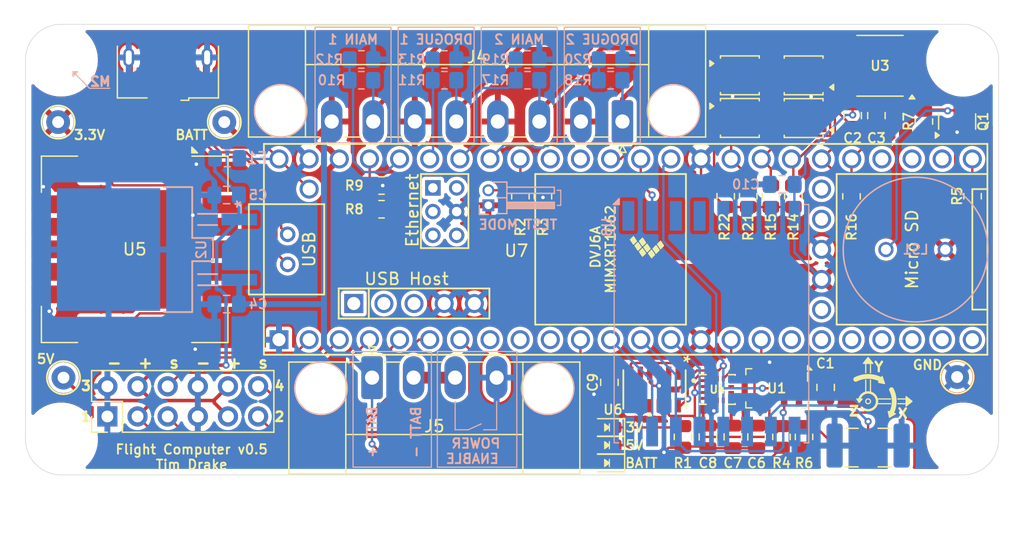
<source format=kicad_pcb>
(kicad_pcb (version 20240108) (generator "pcbnew") (generator_version "8.0")
  (layers (0 "F.Cu" mixed) (31 "B.Cu" mixed) (34 "B.Paste" user) (35 "F.Paste" user) (36 "B.SilkS" user "B.Silkscreen") (37 "F.SilkS" user "F.Silkscreen") (38 "B.Mask" user) (39 "F.Mask" user) (44 "Edge.Cuts" user))
  (net 0 "")
  (net 1 "+3.3V")
  (net 2 "+5V")
  (net 3 "/CS_BARO")
  (net 4 "/CS_RADIO")
  (net 5 "/ANT")
  (net 6 "/BATT")
  (net 7 "/PY_TERM1")
  (net 8 "/PY_TERM2")
  (net 9 "/PY_TERM3")
  (net 10 "/PY_TERM4")
  (net 11 "Net-(Q1-C)")
  (net 12 "/PY_1")
  (net 13 "/MOSI")
  (net 14 "/MISO")
  (net 15 "/RX1")
  (net 16 "/TX1")
  (net 17 "/PY_4")
  (net 18 "/PY_3")
  (net 20 "/PY_2")
  (net 21 "/SCK")
  (net 22 "/D+")
  (net 23 "/D-")
  (net 26 "/CONT_1")
  (net 28 "/BUZZER")
  (net 31 "/CONT_3")
  (net 40 "/CS_ADXL375")
  (net 41 "/CONT_2")
  (net 42 "/CONT_4")
  (net 43 "/ INTRPT")
  (net 67 "/CS_IMU")
  (net 73 "/SERVO_2")
  (net 74 "/SERVO_1")
  (net 75 "/SERVO_3")
  (net 76 "/SERVO_4")
  (net 78 "/C_FAULT")
  (net 79 "/C_MEAS")
  (net 80 "GND")
  (net 81 "/3V_LED")
  (net 82 "/5V_LED")
  (net 83 "/BATT_VOLT")
  (net 84 "/BATT_LED")
  (net 87 "Net-(Q1-B)")
  (net 89 "/VUSB")
  (net 90 "/TEST_MODE")
  (net 97 "Net-(J1-Pin_2)")
  (net 98 "Net-(J5-Pin_2)")
  (footprint "TestPoint:TestPoint_Keystone_5000-5004_Miniature" (layer "F.Cu") (at 162.2 104.15)
    (property "Reference" "TP4" (hide yes))
    (property "Value" "TestPoint")
  )
  (footprint "TestPoint:TestPoint_Keystone_5000-5004_Miniature" (layer "F.Cu") (at 86.9 104.2)
    (property "Reference" "TP2" (hide yes))
    (property "Value" "TestPoint")
  )
  (footprint "MountingHole:MountingHole_2.2mm_M2" (layer "F.Cu") (at 162.7 77.4)
    (property "Reference" "H4" (hide yes))
    (property "Value" "MountingHole")
  )
  (footprint "Resistor_SMD:R_0805_2012Metric" (layer "F.Cu") (at 142.7 88.9 -90)
    (property "Reference" "R22")
    (property "Value" "4.7k")
  )
  (footprint "Connector_PinHeader_2.54mm:PinHeader_2x06_P2.54mm_Vertical" (layer "F.Cu") (at 90.6 107.475 90)
    (property "Reference" "J3" (hide yes))
    (property "Value" "Conn_02x06_Odd_Even")
  )
  (footprint "Package_SO:Vishay_PowerPAK_1212-8_Single" (layer "F.Cu") (at 149.265 78.71 180)
    (property "Reference" "Q2" (hide yes))
    (property "Value" "SiS454DN")
  )
  (footprint "Capacitor_SMD:C_0805_2012Metric" (layer "F.Cu") (at 145.3 109.2 90)
    (property "Reference" "C6")
    (property "Value" "0.1u")
  )
  (footprint "MountingHole:MountingHole_2.2mm_M2" (layer "F.Cu") (at 162.7 109.4)
    (property "Reference" "H3" (hide yes))
    (property "Value" "MountingHole")
  )
  (footprint "Resistor_SMD:R_0805_2012Metric" (layer "F.Cu") (at 159.4 82.6 90)
    (property "Reference" "R7")
    (property "Value" "1k")
  )
  (footprint "MountingHole:MountingHole_2.2mm_M2" (layer "F.Cu") (at 86.7 77.4)
    (property "Reference" "H1" (hide yes))
    (property "Value" "MountingHole")
  )
  (footprint "Capacitor_SMD:C_0805_2012Metric" (layer "F.Cu") (at 143.3 109.2 90)
    (property "Reference" "C7")
    (property "Value" "2.2u")
  )
  (footprint "Capacitor_SMD:C_0805_2012Metric" (layer "F.Cu") (at 155.4 82.1 -90)
    (property "Reference" "C3")
    (property "Value" "1n")
  )
  (footprint "Resistor_SMD:R_0805_2012Metric" (layer "F.Cu") (at 113.7 90 180)
    (property "Reference" "R8")
    (property "Value" "270")
  )
  (footprint "MountingHole:MountingHole_2.2mm_M2" (layer "F.Cu") (at 86.7 109.4)
    (property "Reference" "H2" (hide yes))
    (property "Value" "MountingHole")
  )
  (footprint "Added Footprints:XDCR_ICM-42670-P" (layer "F.Cu") (at 142 105.2)
    (property "Reference" "U4")
    (property "Value" "ICM-42670-P")
  )
  (footprint "Capacitor_SMD:C_0805_2012Metric" (layer "F.Cu") (at 141.2 109.2 90)
    (property "Reference" "C8")
    (property "Value" "0.01u")
  )
  (footprint "Resistor_SMD:R_0805_2012Metric" (layer "F.Cu") (at 127.3 88.9 -90)
    (property "Reference" "R3")
    (property "Value" "91")
  )
  (footprint "TestPoint:TestPoint_Keystone_5000-5004_Miniature" (layer "F.Cu") (at 86.45 82.65)
    (property "Reference" "TP1" (hide yes))
    (property "Value" "TestPoint")
  )
  (footprint "LED_SMD:LED_0603_1608Metric" (layer "F.Cu") (at 132.7 108.4 180)
    (property "Reference" "D1" (hide yes))
    (property "Value" "RED")
  )
  (footprint "Connector_Phoenix_MC:PhoenixContact_MC_1,5_4-GF-3.5_1x04_P3.50mm_Horizontal_ThreadedFlange_MountHole" (layer "F.Cu") (at 112.9 104.2)
    (property "Reference" "J5")
    (property "Value" "Screw_Terminal_01x04")
  )
  (footprint "Package_SO:SOIC-8_3.9x4.9mm_P1.27mm" (layer "F.Cu") (at 155.7 77.9 180)
    (property "Reference" "U3")
    (property "Value" "ACS711xLCTR-25AB")
  )
  (footprint "Capacitor_SMD:C_0805_2012Metric" (layer "F.Cu") (at 151.1225 105.0275 -90)
    (property "Reference" "C1")
    (property "Value" "0.1u")
  )
  (footprint "Connector_Phoenix_MC:PhoenixContact_MC_1,5_8-GF-3.5_1x08_P3.50mm_Horizontal_ThreadedFlange_MountHole" (layer "F.Cu") (at 134 82.6 180)
    (property "Reference" "J4")
    (property "Value" "Screw_Terminal_01x08")
  )
  (footprint "Resistor_SMD:R_0805_2012Metric" (layer "F.Cu") (at 144.6 88.9 -90)
    (property "Reference" "R21")
    (property "Value" "4.7k")
  )
  (footprint "Resistor_SMD:R_0805_2012Metric" (layer "F.Cu") (at 147.4 109.2 90)
    (property "Reference" "R4")
    (property "Value" "1k5")
  )
  (footprint "Resistor_SMD:R_0805_2012Metric" (layer "F.Cu") (at 148.4 88.9 -90)
    (property "Reference" "R14")
    (property "Value" "4.7k")
  )
  (footprint "LED_SMD:LED_0603_1608Metric" (layer "F.Cu") (at 132.7 109.9 180)
    (property "Reference" "D2" (hide yes))
    (property "Value" "GRN")
  )
  (footprint "Connector_Coaxial:SMA_Samtec_SMA-J-P-H-ST-EM1_EdgeMount" (layer "F.Cu") (at 154.7 110.185 -90)
    (property "Reference" "J6" (hide yes))
    (property "Value" "Conn_Coaxial_Small")
  )
  (footprint "Capacitor_SMD:C_0805_2012Metric" (layer "F.Cu") (at 132.9 104.6 90)
    (property "Reference" "C9")
    (property "Value" "10U")
  )
  (footprint "TestPoint:TestPoint_Keystone_5000-5004_Miniature" (layer "F.Cu") (at 100.45 82.65)
    (property "Reference" "TP3" (hide yes))
    (property "Value" "TestPoint")
  )
  (footprint "Resistor_SMD:R_0805_2012Metric" (layer "F.Cu") (at 163.5 88.9 90)
    (property "Reference" "R5")
    (property "Value" "100")
  )
  (footprint "Package_LGA:LGA-8_3x5mm_P1.25mm" (layer "F.Cu") (at 147 105.1 -90)
    (property "Reference" "U1")
    (property "Value" "MS5611-01BA")
  )
  (footprint "Package_SO:Vishay_PowerPAK_1212-8_Single" (layer "F.Cu") (at 143.8925 78.705)
    (property "Reference" "Q5" (hide yes))
    (property "Value" "SiS454DN")
  )
  (footprint "RF_GPS:ublox_SAM-M8Q_HandSolder" (layer "F.Cu") (at 92.9 93.38 -90)
    (property "Reference" "U5")
    (property "Value" "SAM-M10Q-0-10")
  )
  (footprint "Resistor_SMD:R_0805_2012Metric" (layer "F.Cu") (at 153.3 88.9125 90)
    (property "Reference" "R16")
    (property "Value" "1k")
  )
  (footprint "Resistor_SMD:R_0805_2012Metric" (layer "F.Cu") (at 125.4 88.9 90)
    (property "Reference" "R2")
    (property "Value" "270")
  )
  (footprint "LED_SMD:LED_0603_1608Metric" (layer "F.Cu") (at 132.7 111.4 180)
    (property "Reference" "D3" (hide yes))
    (property "Value" "BLUE")
  )
  (footprint "Package_SO:Vishay_PowerPAK_1212-8_Single" (layer "F.Cu") (at 143.8925 82.3)
    (property "Reference" "Q4" (hide yes))
    (property "Value" "SiS454DN")
  )
  (footprint "Connector_USB:USB_Micro-B_Amphenol_10118193-0001LF_Horizontal" (layer "F.Cu") (at 95.7 77.2 180)
    (property "Reference" "J2" (hide yes))
    (property "Value" "USB_B_Micro")
  )
  (footprint "teensy.pretty-master:Teensy41" (layer "F.Cu") (at 134.27 93.38)
    (property "Reference" "U7")
    (property "Value" "Teensy4.1")
  )
  (footprint "Package_TO_SOT_SMD:SOT-23" (layer "F.Cu") (at 162.2 82.6 90)
    (property "Reference" "Q1")
    (property "Value" "MMBT3904")
  )
  (footprint "Added Footprints:LGA_CC-14-1_ADI" (layer "F.Cu") (at 136.7 105.2 -90)
    (property "Reference" "U6")
    (property "Value" "ADXL375BCCZ")
  )
  (footprint "Resistor_SMD:R_0805_2012Metric" (layer "F.Cu") (at 139.1 109.2 90)
    (property "Reference" "R1")
    (property "Value" "1k5")
  )
  (footprint "Resistor_SMD:R_0805_2012Metric" (layer "F.Cu") (at 146.5 88.9 -90)
    (property "Reference" "R15")
    (property "Value" "4.7k")
  )
  (footprint "Package_SO:Vishay_PowerPAK_1212-8_Single" (layer "F.Cu") (at 149.265 82.31 180)
    (property "Reference" "Q3" (hide yes))
    (property "Value" "SiS454DN")
  )
  (footprint "Capacitor_SMD:C_0805_2012Metric" (layer "F.Cu") (at 153.4 82.1 -90)
    (property "Reference" "C2")
    (property "Value" "0.1u")
  )
  (footprint "Resistor_SMD:R_0805_2012Metric" (layer "F.Cu") (at 149.3 109.2 90)
    (property "Reference" "R6")
    (property "Value" "1k5")
  )
  (footprint "Resistor_SMD:R_0805_2012Metric" (layer "F.Cu") (at 113.7 88)
    (property "Reference" "R9")
    (property "Value" "91")
  )
  (footprint "Fuse:Fuse_0805_2012Metric_Pad1.15x1.40mm_HandSolder" (layer "B.Cu") (at 100.7 85.7 180)
    (property "Reference" "F1")
    (property "Value" "500mA")
  )
  (footprint "Added Footprints:D2PAK_STM" (layer "B.Cu") (at 92.9479 93.4 -90)
    (property "Reference" "U2")
    (property "Value" "L7805")
  )
  (footprint "Capacitor_SMD:C_0805_2012Metric_Pad1.18x1.45mm_HandSolder" (layer "B.Cu") (at 147.45 87.9 180)
    (property "Reference" "C10")
    (property "Value" "10u")
  )
  (footprint "Resistor_SMD:R_0805_2012Metric_Pad1.20x1.40mm_HandSolder" (layer "B.Cu") (at 119 79.1175 180)
    (property "Reference" "R11")
    (property "Value" "10k")
  )
  (footprint "Resistor_SMD:R_0805_2012Metric_Pad1.20x1.40mm_HandSolder" (layer "B.Cu") (at 133 79.1175 180)
    (property "Reference" "R18")
    (property "Value" "10k")
  )
  (footprint "Resistor_SMD:R_0805_2012Metric_Pad1.20x1.40mm_HandSolder" (layer "B.Cu") (at 119 77.3675)
    (property "Reference" "R13")
    (property "Value" "5k")
  )
  (footprint "Resistor_SMD:R_0805_2012Metric_Pad1.20x1.40mm_HandSolder" (layer "B.Cu") (at 112 79.1175 180)
    (property "Reference" "R10")
    (property "Value" "10k")
  )
  (footprint "Resistor_SMD:R_0805_2012Metric_Pad1.20x1.40mm_HandSolder" (layer "B.Cu") (at 126 79.1175 180)
    (property "Reference" "R17")
    (property "Value" "10k")
  )
  (footprint "Added Footprints:XDCR_PS1240P02BT" (layer "B.Cu") (at 158.7 93.4 180)
    (property "Reference" "LS1")
    (property "Value" "PS1240P02BT")
  )
  (footprint "Resistor_SMD:R_0805_2012Metric_Pad1.20x1.40mm_HandSolder" (layer "B.Cu") (at 112 77.3675)
    (property "Reference" "R12")
    (property "Value" "5k")
  )
  (footprint "Connector_PinHeader_1.27mm:PinHeader_1x02_P1.27mm_Horizontal" (layer "B.Cu") (at 122.7 89.67)
    (property "Reference" "J1" (hide yes))
    (property "Value" "Conn_01x02_Pin")
  )
  (footprint "Capacitor_SMD:C_0805_2012Metric_Pad1.18x1.45mm_HandSolder" (layer "B.Cu") (at 100.6479 88.8 180)
    (property "Reference" "C5")
    (property "Value" "22u")
  )
  (footprint "Resistor_SMD:R_0805_2012Metric_Pad1.20x1.40mm_HandSolder" (layer "B.Cu") (at 133 77.3675)
    (property "Reference" "R20")
    (property "Value" "5k")
  )
  (footprint "Capacitor_SMD:C_0805_2012Metric_Pad1.18x1.45mm_HandSolder" (layer "B.Cu") (at 100.6479 98 180)
    (property "Reference" "C4")
    (property "Value" "22u")
  )
  (footprint "RF_Module:HOPERF_RFM69HW" (layer "B.Cu") (at 141.5 99.65 -90)
    (property "Reference" "U8")
    (property "Value" "RFM69W")
  )
  (footprint "Resistor_SMD:R_0805_2012Metric_Pad1.20x1.40mm_HandSolder" (layer "B.Cu") (at 126 77.3675)
    (property "Reference" "R19")
    (property "Value" "5k")
  )
  (gr_rect (start 115.1 74.65) (end 121.5 84.4) (stroke (width 0.1)) (fill none) (layer "B.SilkS"))
  (gr_line (start 128.8 89.67) (end 128.8 88.4) (stroke (width 0.1)) (layer "B.SilkS"))
  (gr_rect (start 129.1 74.65) (end 135.5 84.4) (stroke (width 0.1)) (fill none) (layer "B.SilkS"))
  (gr_line (start 89.1 79.8) (end 87.7 78.4) (stroke (width 0.1)) (layer "B.SilkS"))
  (gr_poly (pts (xy 87.7 78.4) (xy 87.7 78.8) (xy 88.1 78.4)) (stroke (width 0.1)) (fill solid) (layer "B.SilkS"))
  (gr_line (start 122.1 108.1) (end 121 108.6) (stroke (width 0.1)) (layer "B.SilkS"))
  (gr_rect (start 111.3 102) (end 117.9 111.75) (stroke (width 0.1)) (fill none) (layer "B.SilkS"))
  (gr_line (start 128.5 88.4) (end 128.8 88.4) (stroke (width 0.1)) (layer "B.SilkS"))
  (gr_rect (start 118.4 102) (end 125.1 111.75) (stroke (width 0.1)) (fill none) (layer "B.SilkS"))
  (gr_rect (start 122.1 74.65) (end 128.5 84.4) (stroke (width 0.1)) (fill none) (layer "B.SilkS"))
  (gr_line (start 123.4 106.2) (end 123.4 108.6) (stroke (width 0.1)) (layer "B.SilkS"))
  (gr_line (start 121 108.6) (end 119.9 108.6) (stroke (width 0.1)) (layer "B.SilkS"))
  (gr_line (start 90.8 79.8) (end 89.1 79.8) (stroke (width 0.1)) (layer "B.SilkS"))
  (gr_line (start 128.5 89.67) (end 128.8 89.67) (stroke (width 0.1)) (layer "B.SilkS"))
  (gr_rect (start 108.1 74.65) (end 114.5 84.4) (stroke (width 0.1)) (fill none) (layer "B.SilkS"))
  (gr_line (start 123.4 108.6) (end 122.3 108.6) (stroke (width 0.1)) (layer "B.SilkS"))
  (gr_line (start 119.9 106.2) (end 119.9 108.6) (stroke (width 0.1)) (layer "B.SilkS"))
  (gr_poly (pts (xy 156.5 107.55) (xy 156.39548 107.04774) (xy 156.99548 107.25)) (stroke (width 0.1)) (fill solid) (layer "F.SilkS"))
  (gr_arc (start 153.655279 104.346625) (mid 154.7 104.1) (end 155.744721 104.346625) (stroke (width 0.4)) (layer "F.SilkS"))
  (gr_line (start 132.9 109.6) (end 132.9 110.2) (stroke (width 0.1)) (layer "F.SilkS"))
  (gr_line (start 154.9 105.5) (end 154.9 104.4) (stroke (width 0.1)) (layer "F.SilkS"))
  (gr_circle (center 154.7 106.2) (end 154.5 106.2) (stroke (width 0.1)) (fill none) (layer "F.SilkS"))
  (gr_poly (pts (xy 132.5 111.7) (xy 132.5 111.1) (xy 132.9 111.4)) (stroke (width 0.1)) (fill solid) (layer "F.SilkS"))
  (gr_poly (pts (xy 155.1 103) (xy 154.7 102.5) (xy 154.3 103)) (stroke (width 0.1)) (fill solid) (layer "F.SilkS"))
  (gr_arc (start 153.95 106.2) (mid 155.39291 105.912987) (end 154.16967 106.73033) (stroke (width 0.2)) (layer "F.SilkS"))
  (gr_poly (pts (xy 132.5 108.7) (xy 132.5 108.1) (xy 132.9 108.4)) (stroke (width 0.1)) (fill solid) (layer "F.SilkS"))
  (gr_line (start 157.2 106.4) (end 157.9 106.4) (stroke (width 0.1)) (layer "F.SilkS"))
  (gr_poly (pts (xy 132.5 110.2) (xy 132.5 109.6) (xy 132.9 109.9)) (stroke (width 0.1)) (fill solid) (layer "F.SilkS"))
  (gr_poly (pts (xy 155.580498 104.59737) (xy 156.082758 104.70189) (xy 155.880498 104.10189)) (stroke (width 0.1)) (fill solid) (layer "F.SilkS"))
  (gr_line (start 132.9 108.1) (end 132.9 108.7) (stroke (width 0.1)) (layer "F.SilkS"))
  (gr_line (start 155.4 106) (end 156.6 106) (stroke (width 0.1)) (layer "F.SilkS"))
  (gr_line (start 154.9 103) (end 154.9 103.8) (stroke (width 0.1)) (layer "F.SilkS"))
  (gr_line (start 154.5 105.5) (end 154.5 104.4) (stroke (width 0.1)) (layer "F.SilkS"))
  (gr_line (start 157.2 106) (end 157.9 106) (stroke (width 0.1)) (layer "F.SilkS"))
  (gr_line (start 155.4 106.4) (end 156.6 106.4) (stroke (width 0.1)) (layer "F.SilkS"))
  (gr_arc (start 156.66774 105.21613) (mid 156.9 106.2) (end 156.66774 107.18387) (stroke (width 0.4)) (layer "F.SilkS"))
  (gr_poly (pts (xy 157.9 106.6) (xy 158.4 106.2) (xy 157.9 105.8)) (stroke (width 0.1)) (fill solid) (layer "F.SilkS"))
  (gr_line (start 132.9 111.1) (end 132.9 111.7) (stroke (width 0.1)) (layer "F.SilkS"))
  (gr_line (start 154.5 103) (end 154.5 103.8) (stroke (width 0.1)) (layer "F.SilkS"))
  (gr_poly (pts (xy 153.95 106.3) (xy 154.2 106) (xy 153.75 106)) (stroke (width 0.1)) (fill solid) (layer "F.SilkS"))
  (gr_line (start 162.7 74.4) (end 86.7 74.4) (stroke (width 0.05)) (layer "Edge.Cuts"))
  (gr_arc (start 162.7 74.4) (mid 164.82132 75.27868) (end 165.7 77.4) (stroke (width 0.05)) (layer "Edge.Cuts"))
  (gr_line (start 165.7 109.4) (end 165.7 77.4) (stroke (width 0.05)) (layer "Edge.Cuts"))
  (gr_line (start 86.7 112.4) (end 162.7 112.4) (stroke (width 0.05)) (layer "Edge.Cuts"))
  (gr_arc (start 86.7 112.4) (mid 84.57868 111.52132) (end 83.7 109.4) (stroke (width 0.05)) (layer "Edge.Cuts"))
  (gr_arc (start 165.7 109.4) (mid 164.82132 111.52132) (end 162.7 112.4) (stroke (width 0.05)) (layer "Edge.Cuts"))
  (gr_arc (start 83.7 77.4) (mid 84.57868 75.27868) (end 86.7 74.4) (stroke (width 0.05)) (layer "Edge.Cuts"))
  (gr_line (start 83.7 77.4) (end 83.7 109.4) (stroke (width 0.05)) (layer "Edge.Cuts"))
  (gr_text "BATT -" (at 116.6 108.8 90) (layer "B.SilkS") (effects (font (size 0.8 0.8) (thickness 0.16) (bold yes)) (justify mirror)))
  (gr_text "POWER \nENABLE" (at 121.35 110.4 0) (layer "B.SilkS") (effects (font (size 0.8 0.8) (thickness 0.16) (bold yes)) (justify mirror)))
  (gr_text "M2" (at 90 79.7 0) (layer "B.SilkS") (effects (font (size 0.8 0.8) (thickness 0.2) (bold yes)) (justify bottom mirror)))
  (gr_text "BATT +" (at 112.9 108.8 90) (layer "B.SilkS") (effects (font (size 0.8 0.8) (thickness 0.16) (bold yes)) (justify mirror)))
  (gr_text "MAIN 1" (at 111.3 76.15 0) (layer "B.SilkS") (effects (font (size 0.8 0.8) (thickness 0.16) (bold yes)) (justify bottom mirror)))
  (gr_text "TEST MODE" (at 125.2 91.3 0) (layer "B.SilkS") (effects (font (size 0.8 0.8) (thickness 0.16) (bold yes)) (justify mirror)))
  (gr_text "DROGUE 1" (at 118.3 76.15 0) (layer "B.SilkS") (effects (font (size 0.8 0.8) (thickness 0.16) (bold yes)) (justify bottom mirror)))
  (gr_text "MAIN 2" (at 125.3 76.15 0) (layer "B.SilkS") (effects (font (size 0.8 0.8) (thickness 0.16) (bold yes)) (justify bottom mirror)))
  (gr_text "DROGUE 2" (at 132.3 76.15 0) (layer "B.SilkS") (effects (font (size 0.8 0.8) (thickness 0.16) (bold yes)) (justify bottom mirror)))
  (gr_text "Y" (at 155.6 103.3 0) (layer "F.SilkS") (effects (font (size 0.8 0.8) (thickness 0.2) (bold yes))))
  (gr_text "5V" (at 135 109.9 0) (layer "F.SilkS") (effects (font (size 0.8 0.8) (thickness 0.15) (bold yes))))
  (gr_text "BATT" (at 97.7 84.2 0) (layer "F.SilkS") (effects (font (size 0.8 0.8) (thickness 0.16) (bold yes)) (justify bottom)))
  (gr_text "Z" (at 153 107.5 0) (layer "F.SilkS") (effects (font (size 0.8 0.8) (thickness 0.2) (bold yes)) (justify left bottom)))
  (gr_text "2" (at 105.1 107.5 0) (layer "F.SilkS") (effects (font (size 0.8 0.8) (thickness 0.2) (bold yes))))
  (gr_text "X" (at 157.1 107.7 0) (layer "F.SilkS") (effects (font (size 0.8 0.8) (thickness 0.2) (bold yes)) (justify left bottom)))
  (gr_text "GND" (at 159.7 103.6 0) (layer "F.SilkS") (effects (font (size 0.8 0.8) (thickness 0.16) (bold yes)) (justify bottom)))
  (gr_text "3.3V" (at 89.1 84.2 0) (layer "F.SilkS") (effects (font (size 0.8 0.8) (thickness 0.16) (bold yes)) (justify bottom)))
  (gr_text "-  +  s" (at 101.1 103.5 0) (layer "F.SilkS") (effects (font (size 0.95 0.95) (thickness 0.2) (bold yes)) (justify bottom)))
  (gr_text "1" (at 88.8 107.5 0) (layer "F.SilkS") (effects (font (size 0.8 0.8) (thickness 0.2) (bold yes))))
  (gr_text "4" (at 105.1 104.9 0) (layer "F.SilkS") (effects (font (size 0.8 0.8) (thickness 0.2) (bold yes))))
  (gr_text "3" (at 88.8 104.9 0) (layer "F.SilkS") (effects (font (size 0.8 0.8) (thickness 0.2) (bold yes))))
  (gr_text "Flight Computer v0.5\nTim Drake" (at 97.7 110.9 -0) (layer "F.SilkS") (effects (font (size 0.8 0.8) (thickness 0.15) (bold yes))))
  (gr_text "5V" (at 85.4 103.1 0) (layer "F.SilkS") (effects (font (size 0.8 0.8) (thickness 0.16) (bold yes)) (justify bottom)))
  (gr_text "-  +  s" (at 93.6 103.5 0) (layer "F.SilkS") (effects (font (size 0.95 0.95) (thickness 0.2) (bold yes)) (justify bottom)))
  (gr_text "BATT" (at 135.6 111.4 0) (layer "F.SilkS") (effects (font (size 0.8 0.8) (thickness 0.15) (bold yes))))
  (gr_text "3V" (at 135 108.4 0) (layer "F.SilkS") (effects (font (size 0.8 0.8) (thickness 0.15) (bold yes))))
  (segment (start 134.700001 103.829099) (end 134.700001 103.070199) (width 0.2) (layer "F.Cu") (net 1))
  (segment (start 140.8 107.85) (end 140.8 106.8) (width 0.25) (layer "F.Cu") (net 1))
  (segment (start 134.700001 103.070199) (end 134.800001 102.970199) (width 0.2) (layer "F.Cu") (net 1))
  (segment (start 144.4 108.15) (end 144.3 108.05) (width 0.5) (layer "F.Cu") (net 1))
  (segment (start 141.2 106.4) (end 141.2125 106.4) (width 0.25) (layer "F.Cu") (net 1))
  (segment (start 148.9275 104.0775) (end 148.875 104.025) (width 0.5) (layer "F.Cu") (net 1))
  (segment (start 140.8 106.8) (end 141.2 106.4) (width 0.25) (layer "F.Cu") (net 1))
  (segment (start 134.520902 103.65) (end 134.700001 103.829099) (width 0.2) (layer "F.Cu") (net 1))
  (segment (start 143.4 108.15) (end 144.4 108.15) (width 0.25) (layer "F.Cu") (net 1))
  (segment (start 138.570199 102.970199) (end 138.700001 103.100001) (width 0.2) (layer "F.Cu") (net 1))
  (segment (start 134.800001 102.970199) (end 138.570199 102.970199) (width 0.2) (layer "F.Cu") (net 1))
  (segment (start 141.2125 106.4) (end 141.5 106.1125) (width 0.25) (layer "F.Cu") (net 1))
  (segment (start 143.1625 105.95) (end 143.1625 108.0125) (width 0.25) (layer "F.Cu") (net 1))
  (segment (start 138.700001 103.100001) (end 138.700001 103.829099) (width 0.2) (layer "F.Cu") (net 1))
  (segment (start 144.3 108.05) (end 144.3 103.6) (width 0.5) (layer "F.Cu") (net 1))
  (segment (start 144.4 108.15) (end 145.2 108.15) (width 0.25) (layer "F.Cu") (net 1))
  (segment (start 141.2 108.25) (end 143.3 108.25) (width 0.25) (layer "F.Cu") (net 1))
  (segment (start 151.1225 104.0775) (end 148.9275 104.0775) (width 0.5) (layer "F.Cu") (net 1))
  (segment (start 153.4 79.98) (end 153.4 81.15) (width 0.2) (layer "F.Cu") (net 1))
  (segment (start 141.2 108.25) (end 140.8 107.85) (width 0.25) (layer "F.Cu") (net 1))
  (segment (start 132.9 103.65) (end 134.520902 103.65) (width 0.2) (layer "F.Cu") (net 1))
  (segment (start 153.4 81.15) (end 153.4 82.05) (width 0.2) (layer "F.Cu") (net 1))
  (via (at 153.4 82.05) (size 0.6) (drill 0.3) (layers "F.Cu" "B.Cu") (net 1))
  (segment (start 148.4875 87.9) (end 148.4875 90.5375) (width 0.2) (layer "B.Cu") (net 1))
  (segment (start 149.4 85.442183) (end 149.4 86.9875) (width 0.2) (layer "B.Cu") (net 1))
  (segment (start 152.792183 82.05) (end 149.4 85.442183) (width 0.2) (layer "B.Cu") (net 1))
  (segment (start 149.4 86.9875) (end 148.4875 87.9) (width 0.2) (layer "B.Cu") (net 1))
  (segment (start 148.5 90.55) (end 148.5 93.64) (width 0.2) (layer "B.Cu") (net 1))
  (segment (start 148.5 93.64) (end 150.78 95.92) (width 0.2) (layer "B.Cu") (net 1))
  (segment (start 153.4 82.05) (end 152.792183 82.05) (width 0.2) (layer "B.Cu") (net 1))
  (segment (start 94.865 109.2) (end 93.14 107.475) (width 0.2) (layer "F.Cu") (net 2))
  (segment (start 99.56 106.135) (end 99.61 106.085) (width 0.3) (layer "F.Cu") (net 2))
  (segment (start 94.925 103.15) (end 93.14 104.935) (width 0.3) (layer "F.Cu") (net 2))
  (segment (start 94.29 106.085) (end 94.34 106.135) (width 0.3) (layer "F.Cu") (net 2))
  (segment (start 99.61 106.085) (end 100.76 104.935) (width 0.3) (layer "F.Cu") (net 2))
  (segment (start 94.29 106.325) (end 94.29 106.085) (width 0.3) (layer "F.Cu") (net 2))
  (segment (start 130.8125 111) (end 115.424264 111) (width 0.2) (layer "F.Cu") (net 2))
  (segment (start 99.61 106.325) (end 100.76 107.475) (width 0.3) (layer "F.Cu") (net 2))
  (segment (start 99.61 106.085) (end 99.61 106.325) (width 0.3) (layer "F.Cu") (net 2))
  (segment (start 131.9125 109.9) (end 130.8125 111) (width 0.2) (layer "F.Cu") (net 2))
  (segment (start 115.424264 111) (end 113.624264 109.2) (width 0.2) (layer "F.Cu") (net 2))
  (segment (start 100.6 103.15) (end 94.925 103.15) (width 0.3) (layer "F.Cu") (net 2))
  (segment (start 88.835 106.135) (end 86.9 104.2) (width 0.3) (layer "F.Cu") (net 2))
  (segment (start 94.29 106.085) (end 94.24 106.135) (width 0.3) (layer "F.Cu") (net 2))
  (segment (start 93.14 107.475) (end 94.29 106.325) (width 0.3) (layer "F.Cu") (net 2))
  (segment (start 94.24 106.135) (end 88.835 106.135) (width 0.3) (layer "F.Cu") (net 2))
  (segment (start 113.624264 109.2) (end 94.865 109.2) (width 0.2) (layer "F.Cu") (net 2))
  (segment (start 93.14 104.935) (end 94.29 106.085) (width 0.3) (layer "F.Cu") (net 2))
  (segment (start 94.34 106.135) (end 99.56 106.135) (width 0.3) (layer "F.Cu") (net 2))
  (via (at 100.6 103.15) (size 0.6) (drill 0.3) (layers "F.Cu" "B.Cu") (net 2))
  (segment (start 99.8 96.723) (end 99.8 92.7709) (width 0.3) (layer "B.Cu") (net 2))
  (segment (start 100.0853 96.7853) (end 99.8623 96.7853) (width 0.3) (layer "B.Cu") (net 2))
  (segment (start 100.6 97.3) (end 100.0853 96.7853) (width 0.3) (layer "B.Cu") (net 2))
  (segment (start 99.65 86.7646) (end 99.65 85.725) (width 0.3) (layer "B.Cu") (net 2))
  (segment (start 101.6854 88.8) (end 101.6854 90.8345) (width 0.3) (layer "B.Cu") (net 2))
  (segment (start 100.6 103.15) (end 100.6 97.3) (width 0.3) (layer "B.Cu") (net 2))
  (segment (start 99.8623 96.7853) (end 99.8 96.723) (width 0.3) (layer "B.Cu") (net 2))
  (segment (start 101.6854 88.8) (end 99.65 86.7646) (width 0.3) (layer "B.Cu") (net 2))
  (segment (start 99.8 92.7709) (end 101.7109 90.86) (width 0.3) (layer "B.Cu") (net 2))
  (segment (start 145.7 103.3) (end 145.7 101) (width 0.2) (layer "F.Cu") (net 3))
  (segment (start 145.125 103.875) (end 145.7 103.3) (width 0.2) (layer "F.Cu") (net 3))
  (segment (start 145.125 106.175) (end 145.125 104.025) (width 0.2) (layer "F.Cu") (net 3))
  (segment (start 136.5 104.5) (end 136.5 108.75) (width 0.2) (layer "B.Cu") (net 4))
  (segment (start 133 101) (end 136.5 104.5) (width 0.2) (layer "B.Cu") (net 4))
  (segment (start 154.7 110.185) (end 154.7 107.9) (width 0.2) (layer "F.Cu") (net 5))
  (via (at 154.7 107.9) (size 0.6) (drill 0.3) (layers "F.Cu" "B.Cu") (net 5))
  (segment (start 153.35 106.55) (end 147.3 106.55) (width 0.2) (layer "B.Cu") (net 5))
  (segment (start 147.3 106.55) (end 146.5 107.35) (width 0.2) (layer "B.Cu") (net 5))
  (segment (start 146.5 107.35) (end 146.5 108.75) (width 0.2) (layer "B.Cu") (net 5))
  (segment (start 154.7 107.9) (end 153.35 106.55) (width 0.2) (layer "B.Cu") (net 5))
  (segment (start 114.5 111.4) (end 131.9125 111.4) (width 0.2) (layer "F.Cu") (net 6))
  (segment (start 101.95 84.15) (end 107.95 84.15) (width 0.5) (layer "F.Cu") (net 6))
  (segment (start 100.45 82.65) (end 101.95 84.15) (width 0.5) (layer "F.Cu") (net 6))
  (segment (start 107.95 84.15) (end 109.5 82.6) (width 0.5) (layer "F.Cu") (net 6))
  (segment (start 112.9 109.8) (end 114.5 111.4) (width 0.2) (layer "F.Cu") (net 6))
  (via (at 112.9 109.8) (size 0.6) (drill 0.3) (layers "F.Cu" "B.Cu") (net 6))
  (segment (start 108.85 83.25) (end 108.85 98) (width 0.5) (layer "B.Cu") (net 6))
  (segment (start 108.85 98) (end 101.6854 98) (width 0.5) (layer "B.Cu") (net 6))
  (segment (start 108.85 101.477767) (end 108.85 98) (width 0.5) (layer "B.Cu") (net 6))
  (segment (start 101.7109 95.94) (end 101.7109 97.9745) (width 0.5) (layer "B.Cu") (net 6))
  (segment (start 112.9 104.2) (end 110.95 102.25) (width 0.5) (layer "B.Cu") (net 6))
  (segment (start 112.9 109.8) (end 112.9 104.2) (width 0.2) (layer "B.Cu") (net 6))
  (segment (start 110.95 102.25) (end 109.622233 102.25) (width 0.5) (layer "B.Cu") (net 6))
  (segment (start 109.622233 102.25) (end 108.85 101.477767) (width 0.5) (layer "B.Cu") (net 6))
  (segment (start 148.7075 78.125186) (end 145.782314 75.2) (width 0.4) (layer "F.Cu") (net 7))
  (segment (start 119.5 75.2) (end 113 81.7) (width 0.4) (layer "F.Cu") (net 7))
  (segment (start 145.782314 75.2) (end 119.5 75.2) (width 0.4) (layer "F.Cu") (net 7))
  (segment (start 113 82.6) (end 113 79.1175) (width 0.2) (layer "B.Cu") (net 7))
  (segment (start 146.8275 77.093714) (end 145.533786 75.8) (width 0.4) (layer "F.Cu") (net 8))
  (segment (start 146.8275 80.43) (end 146.8275 77.093714) (width 0.4) (layer "F.Cu") (net 8))
  (segment (start 148.7075 82.31) (end 146.8275 80.43) (width 0.4) (layer "F.Cu") (net 8))
  (segment (start 145.533786 75.8) (end 125.9 75.8) (width 0.4) (layer "F.Cu") (net 8))
  (segment (start 125.9 75.8) (end 120 81.7) (width 0.4) (layer "F.Cu") (net 8))
  (segment (start 120 82.6) (end 120 79.1175) (width 0.2) (layer "B.Cu") (net 8))
  (segment (start 132.3 76.4) (end 127 81.7) (width 0.4) (layer "F.Cu") (net 9))
  (segment (start 146.2275 80.5225) (end 146.2275 77.342242) (width 0.4) (layer "F.Cu") (net 9))
  (segment (start 144.45 82.3) (end 146.2275 80.5225) (width 0.4) (layer "F.Cu") (net 9))
  (segment (start 145.285258 76.4) (end 132.3 76.4) (width 0.4) (layer "F.Cu") (net 9))
  (segment (start 146.2275 77.342242) (end 145.285258 76.4) (width 0.4) (layer "F.Cu") (net 9))
  (segment (start 127 82.6) (end 127 79.1175) (width 0.2) (layer "B.Cu") (net 9))
  (segment (start 143.24 77) (end 137.7 77) (width 0.4) (layer "F.Cu") (net 10))
  (segment (start 144.45 78.21) (end 143.24 77) (width 0.4) (layer "F.Cu") (net 10))
  (segment (start 137.7 77) (end 134 80.7) (width 0.4) (layer "F.Cu") (net 10))
  (segment (start 134 80.7) (end 134 82.6) (width 0.4) (layer "F.Cu") (net 10))
  (segment (start 134 82.6) (end 134 79.1175) (width 0.2) (layer "B.Cu") (net 10))
  (segment (start 159.4 81.6) (end 161.3 81.6) (width 0.2) (layer "F.Cu") (net 11))
  (segment (start 161.4375 81.6625) (end 161.4 81.7) (width 0.2) (layer "F.Cu") (net 11))
  (segment (start 161.3 81.6) (end 161.4 81.7) (width 0.2) (layer "F.Cu") (net 11))
  (segment (start 162.2 81.6625) (end 161.4375 81.6625) (width 0.2) (layer "F.Cu") (net 11))
  (via (at 161.4 81.7) (size 0.6) (drill 0.3) (layers "F.Cu" "B.Cu") (net 11))
  (segment (start 159.6 81.7) (end 157.1 84.2) (width 0.2) (layer "B.Cu") (net 11))
  (segment (start 157.1 92.5) (end 156.2 93.4) (width 0.2) (layer "B.Cu") (net 11))
  (segment (start 157.1 84.2) (end 157.1 92.5) (width 0.2) (layer "B.Cu") (net 11))
  (segment (start 161.4 81.7) (end 159.6 81.7) (width 0.2) (layer "B.Cu") (net 11))
  (segment (start 151.9 81.259314) (end 151.5 80.859314) (width 0.2) (layer "F.Cu") (net 12))
  (segment (start 148.4 87.9875) (end 148.4 85.92) (width 0.2) (layer "F.Cu") (net 12))
  (segment (start 151.9 83.963186) (end 151.9 81.259314) (width 0.2) (layer "F.Cu") (net 12))
  (segment (start 151.5 80.859314) (end 151.5 77.825) (width 0.2) (layer "F.Cu") (net 12))
  (segment (start 148.805685 85.76) (end 150.363185 84.2025) (width 0.2) (layer "F.Cu") (net 12))
  (segment (start 151.395 77.72) (end 150.7 77.72) (width 0.2) (layer "F.Cu") (net 12))
  (segment (start 150.363185 84.2025) (end 151.660686 84.2025) (width 0.2) (layer "F.Cu") (net 12))
  (segment (start 151.660686 84.2025) (end 151.9 83.963186) (width 0.2) (layer "F.Cu") (net 12))
  (segment (start 151.5 77.825) (end 151.395 77.72) (width 0.2) (layer "F.Cu") (net 12))
  (segment (start 140.409314 104.025) (end 141.2375 104.025) (width 0.2) (layer "F.Cu") (net 13))
  (segment (start 147.549265 107.15) (end 147.625 107.074265) (width 0.2) (layer "F.Cu") (net 13))
  (segment (start 147.625 107.074265) (end 147.625 106.175) (width 0.2) (layer "F.Cu") (net 13))
  (segment (start 138.899999 106.570901) (end 138.699999 106.570901) (width 0.2) (layer "F.Cu") (net 13))
  (segment (start 139.5 104.934314) (end 140.409314 104.025) (width 0.2) (layer "F.Cu") (net 13))
  (segment (start 139.5 106) (end 139.5 104.934314) (width 0.2) (layer "F.Cu") (net 13))
  (segment (start 139.5 106) (end 139.4709 106) (width 0.2) (layer "F.Cu") (net 13))
  (segment (start 141.2375 104.025) (end 141.5 104.2875) (width 0.2) (layer "F.Cu") (net 13))
  (segment (start 139.4709 106) (end 138.899999 106.570901) (width 0.2) (layer "F.Cu") (net 13))
  (via (at 147.549265 107.15) (size 0.6) (drill 0.3) (layers "F.Cu" "B.Cu") (net 13))
  (via (at 139.5 106) (size 0.6) (drill 0.3) (layers "F.Cu" "B.Cu") (net 13))
  (segment (start 139.4 110.4) (end 138.5 109.5) (width 0.2) (layer "B.Cu") (net 13))
  (segment (start 138.5 106) (end 138.5 108.75) (width 0.2) (layer "B.Cu") (net 13))
  (segment (start 147.2 110.4) (end 139.4 110.4) (width 0.2) (layer "B.Cu") (net 13))
  (segment (start 147.549265 110.050735) (end 147.2 110.4) (width 0.2) (layer "B.Cu") (net 13))
  (segment (start 138.5 103.96) (end 138.5 106) (width 0.2) (layer "B.Cu") (net 13))
  (segment (start 147.549265 107.15) (end 147.549265 110.050735) (width 0.2) (layer "B.Cu") (net 13))
  (segment (start 135.54 101) (end 138.5 103.96) (width 0.2) (layer "B.Cu") (net 13))
  (segment (start 139.5 106) (end 138.5 106) (width 0.2) (layer "B.Cu") (net 13))
  (segment (start 140.1 108.8) (end 140.1 107.6) (width 0.2) (layer "F.Cu") (net 14))
  (segment (start 138 107.429801) (end 139.929801 107.429801) (width 0.2) (layer "F.Cu") (net 14))
  (segment (start 140.55 104.45) (end 140.8375 104.45) (width 0.2) (layer "F.Cu") (net 14))
  (segment (start 146.375 106.175) (end 146.375 108.859314) (width 0.2) (layer "F.Cu") (net 14))
  (segment (start 146.375 108.859314) (end 146.034314 109.2) (width 0.2) (layer "F.Cu") (net 14))
  (segment (start 140.1 105.470847) (end 140.100001 105.470846) (width 0.2) (layer "F.Cu") (net 14))
  (segment (start 137.9 106.570901) (end 137.9 107.329801) (width 0.2) (layer "F.Cu") (net 14))
  (segment (start 140.100001 105.470846) (end 140.100001 104.899999) (width 0.2) (layer "F.Cu") (net 14))
  (segment (start 140.1 107.6) (end 140.1 105.470847) (width 0.2) (layer "F.Cu") (net 14))
  (segment (start 137.9 107.329801) (end 138 107.429801) (width 0.2) (layer "F.Cu") (net 14))
  (segment (start 140.100001 104.899999) (end 140.55 104.45) (width 0.2) (layer "F.Cu") (net 14))
  (segment (start 140.5 109.2) (end 140.1 108.8) (width 0.2) (layer "F.Cu") (net 14))
  (segment (start 146.034314 109.2) (end 140.5 109.2) (width 0.2) (layer "F.Cu") (net 14))
  (segment (start 139.929801 107.429801) (end 140.1 107.6) (width 0.2) (layer "F.Cu") (net 14))
  (via (at 140.100001 105.470846) (size 0.6) (drill 0.3) (layers "F.Cu" "B.Cu") (net 14))
  (segment (start 140.5 103.42) (end 140.5 105.475) (width 0.2) (layer "B.Cu") (net 14))
  (segment (start 140.100001 105.470846) (end 140.495846 105.470846) (width 0.2) (layer "B.Cu") (net 14))
  (segment (start 140.5 105.475) (end 140.5 108.75) (width 0.2) (layer "B.Cu") (net 14))
  (segment (start 140.495846 105.470846) (end 140.5 105.475) (width 0.2) (layer "B.Cu") (net 14))
  (segment (start 138.08 101) (end 140.5 103.42) (width 0.2) (layer "B.Cu") (net 14))
  (segment (start 108.64 102.5) (end 110.14 101) (width 0.2) (layer "F.Cu") (net 15))
  (segment (start 94.8 102.28) (end 95.02 102.5) (width 0.2) (layer "F.Cu") (net 15))
  (segment (start 95.02 102.5) (end 108.64 102.5) (width 0.2) (layer "F.Cu") (net 15))
  (segment (start 94.8 100.58) (end 94.8 102.28) (width 0.2) (layer "F.Cu") (net 15))
  (segment (start 92.9 99.2) (end 93.32 98.78) (width 0.2) (layer "F.Cu") (net 16))
  (segment (start 106.5 102.1) (end 107.6 101) (width 0.2) (layer "F.Cu") (net 16))
  (segment (start 97.75 98.78) (end 97.75 100.684314) (width 0.2) (layer "F.Cu") (net 16))
  (segment (start 99.165686 102.1) (end 106.5 102.1) (width 0.2) (layer "F.Cu") (net 16))
  (segment (start 93.32 98.78) (end 97.75 98.78) (width 0.2) (layer "F.Cu") (net 16))
  (segment (start 97.75 100.684314) (end 99.165686 102.1) (width 0.2) (layer "F.Cu") (net 16))
  (segment (start 133 85.76) (end 133.84 85.76) (width 0.2) (layer "F.Cu") (net 17))
  (segment (start 141.6625 84.4) (end 141.72 84.4575) (width 0.2) (layer "F.Cu") (net 17))
  (segment (start 141.72 87.0075) (end 142.7 87.9875) (width 0.2) (layer "F.Cu") (net 17))
  (segment (start 141.6625 84.4) (end 141.6625 80.49) (width 0.2) (layer "F.Cu") (net 17))
  (segment (start 135.2 84.4) (end 141.6625 84.4) (width 0.2) (layer "F.Cu") (net 17))
  (segment (start 141.72 84.4575) (end 141.72 87.0075) (width 0.2) (layer "F.Cu") (net 17))
  (segment (start 141.6625 80.49) (end 142.4575 79.695) (width 0.2) (layer "F.Cu") (net 17))
  (segment (start 133.84 85.76) (end 135.2 84.4) (width 0.2) (layer "F.Cu") (net 17))
  (segment (start 143.16 85.76) (end 143.16 83.9925) (width 0.2) (layer "F.Cu") (net 18))
  (segment (start 143.16 85.76) (end 144.6 87.2) (width 0.2) (layer "F.Cu") (net 18))
  (segment (start 144.6 87.2) (end 144.6 87.9875) (width 0.2) (layer "F.Cu") (net 18))
  (segment (start 143.16 83.9925) (end 142.4575 83.29) (width 0.2) (layer "F.Cu") (net 18))
  (segment (start 151.395 81.32) (end 150.7 81.32) (width 0.2) (layer "F.Cu") (net 20))
  (segment (start 145.7 85.76) (end 147.65 83.81) (width 0.2) (layer "F.Cu") (net 20))
  (segment (start 151.495 83.8025) (end 151.5 83.7975) (width 0.2) (layer "F.Cu") (net 20))
  (segment (start 147.65 83.81) (end 150.19 83.81) (width 0.2) (layer "F.Cu") (net 20))
  (segment (start 146.5 87.9875) (end 146.5 86.56) (width 0.2) (layer "F.Cu") (net 20))
  (segment (start 146.5 86.56) (end 145.7 85.76) (width 0.2) (layer "F.Cu") (net 20))
  (segment (start 150.1975 83.8025) (end 151.495 83.8025) (width 0.2) (layer "F.Cu") (net 20))
  (segment (start 151.5 81.425) (end 151.395 81.32) (width 0.2) (layer "F.Cu") (net 20))
  (segment (start 151.5 83.7975) (end 151.5 81.425) (width 0.2) (layer "F.Cu") (net 20))
  (segment (start 150.19 83.81) (end 150.1975 83.8025) (width 0.2) (layer "F.Cu") (net 20))
  (segment (start 142.5 103.2) (end 142.1 103.6) (width 0.2) (layer "F.Cu") (net 21))
  (segment (start 145.8 105.1) (end 147.8 105.1) (width 0.2) (layer "F.Cu") (net 21))
  (segment (start 142 103.6) (end 140.268628 103.6) (width 0.2) (layer "F.Cu") (net 21))
  (segment (start 142 104.2875) (end 142 103.6) (width 0.2) (layer "F.Cu") (net 21))
  (segment (start 147.8 105.1) (end 148.875 106.175) (width 0.2) (layer "F.Cu") (net 21))
  (segment (start 142.1 103.6) (end 142 103.6) (width 0.2) (layer "F.Cu") (net 21))
  (segment (start 140.268628 103.6) (end 138.668628 105.2) (width 0.2) (layer "F.Cu") (net 21))
  (via (at 142.5 103.2) (size 0.6) (drill 0.3) (layers "F.Cu" "B.Cu") (net 21))
  (via (at 145.8 105.1) (size 0.6) (drill 0.3) (layers "F.Cu" "B.Cu") (net 21))
  (segment (start 137.45 86.39) (end 138.08 85.76) (width 0.2) (layer "B.Cu") (net 21))
  (segment (start 142.5 108.75) (end 142.5 105.1) (width 0.2) (layer "B.Cu") (net 21))
  (segment (start 142.5 105.1) (end 142.5 102.8) (width 0.2) (layer "B.Cu") (net 21))
  (segment (start 141.9 102.2) (end 141.9 97.15) (width 0.2) (layer "B.Cu") (net 21))
  (segment (start 137.45 92.7) (end 137.45 86.39) (width 0.2) (layer "B.Cu") (net 21))
  (segment (start 145.8 105.1) (end 142.5 105.1) (width 0.2) (layer "B.Cu") (net 21))
  (segment (start 141.9 97.15) (end 137.45 92.7) (width 0.2) (layer "B.Cu") (net 21))
  (segment (start 142.5 102.8) (end 141.9 102.2) (width 0.2) (layer "B.Cu") (net 21))
  (segment (start 95.7 79.875) (end 95.7 81.331372) (width 0.2) (layer "F.Cu") (net 22))
  (segment (start 102.134314 85.6) (end 104.84 88.305686) (width 0.2) (layer "F.Cu") (net 22))
  (segment (start 104.84 93.7) (end 105.79 94.65) (width 0.2) (layer "F.Cu") (net 22))
  (segment (start 104.84 88.305686) (end 104.84 93.7) (width 0.2) (layer "F.Cu") (net 22))
  (segment (start 95.7 81.331372) (end 99.968628 85.6) (width 0.2) (layer "F.Cu") (net 22))
  (segment (start 99.968628 85.6) (end 102.134314 85.6) (width 0.2) (layer "F.Cu") (net 22))
  (segment (start 102.3 85.2) (end 100.134314 85.2) (width 0.2) (layer "F.Cu") (net 23))
  (segment (start 96.35 81.415686) (end 96.35 79.875) (width 0.2) (layer "F.Cu") (net 23))
  (segment (start 105.24 88.14) (end 102.3 85.2) (width 0.2) (layer "F.Cu") (net 23))
  (segment (start 100.134314 85.2) (end 96.35 81.415686) (width 0.2) (layer "F.Cu") (net 23))
  (segment (start 105.79 92.11) (end 105.24 91.56) (width 0.2) (layer "F.Cu") (net 23))
  (segment (start 105.24 91.56) (end 105.24 88.14) (width 0.2) (layer "F.Cu") (net 23))
  (segment (start 111.3 85.935635) (end 112.224365 86.86) (width 0.2) (layer "B.Cu") (net 26))
  (segment (start 114.12 86.86) (end 115.22 85.76) (width 0.2) (layer "B.Cu") (net 26))
  (segment (start 112.224365 86.86) (end 114.12 86.86) (width 0.2) (layer "B.Cu") (net 26))
  (segment (start 111 77.3675) (end 111 79.1175) (width 0.2) (layer "B.Cu") (net 26))
  (segment (start 111.3 79.4175) (end 111.3 85.935635) (width 0.2) (layer "B.Cu") (net 26))
  (segment (start 163.48 85.76) (end 163.48 87.9675) (width 0.2) (layer "F.Cu") (net 28))
  (segment (start 125 77.3675) (end 125 79.1175) (width 0.2) (layer "B.Cu") (net 31))
  (segment (start 122.2 79.7675) (end 121.7 80.2675) (width 0.2) (layer "B.Cu") (net 31))
  (segment (start 125 79.1175) (end 124.35 79.7675) (width 0.2) (layer "B.Cu") (net 31))
  (segment (start 124.35 79.7675) (end 122.2 79.7675) (width 0.2) (layer "B.Cu") (net 31))
  (segment (start 121.7 84.36) (end 120.3 85.76) (width 0.2) (layer "B.Cu") (net 31))
  (segment (start 121.7 80.2675) (end 121.7 84.36) (width 0.2) (layer "B.Cu") (net 31))
  (segment (start 134.325002 104.7) (end 131.4 104.7) (width 0.2) (layer "F.Cu") (net 40))
  (segment (start 134.825002 105.2) (end 134.325002 104.7) (width 0.2) (layer "F.Cu") (net 40))
  (segment (start 131.4 104.7) (end 130.46 103.76) (width 0.2) (layer "F.Cu") (net 40))
  (segment (start 130.46 103.76) (end 130.46 101) (width 0.2) (layer "F.Cu") (net 40))
  (segment (start 118.04 79.1575) (end 118.04 85.48) (width 0.2) (layer "B.Cu") (net 41))
  (segment (start 118 77.3675) (end 118 79.1175) (width 0.2) (layer "B.Cu") (net 41))
  (segment (start 126.602944 84.8) (end 127.324365 84.8) (width 0.2) (layer "B.Cu") (net 42))
  (segment (start 132 77.3675) (end 132 79.1175) (width 0.2) (layer "B.Cu") (net 42))
  (segment (start 127.7075 84.66) (end 128.7 83.6675) (width 0.2) (layer "B.Cu") (net 42))
  (segment (start 126.402944 84.6) (end 126.602944 84.8) (width 0.2) (layer "B.Cu") (net 42))
  (segment (start 127.324365 84.8) (end 127.464365 84.66) (width 0.2) (layer "B.Cu") (net 42))
  (segment (start 127.464365 84.66) (end 127.7075 84.66) (width 0.2) (layer "B.Cu") (net 42))
  (segment (start 122.84 85.76) (end 124 84.6) (width 0.2) (layer "B.Cu") (net 42))
  (segment (start 124 84.6) (end 126.402944 84.6) (width 0.2) (layer "B.Cu") (net 42))
  (segment (start 128.7 83.6675) (end 128.7 80.2675) (width 0.2) (layer "B.Cu") (net 42))
  (segment (start 128.7 80.2675) (end 129.85 79.1175) (width 0.2) (layer "B.Cu") (net 42))
  (segment (start 129.85 79.1175) (end 132 79.1175) (width 0.2) (layer "B.Cu") (net 42))
  (segment (start 136.5 88.8) (end 135.54 87.84) (width 0.2) (layer "F.Cu") (net 43))
  (segment (start 135.54 87.84) (end 135.54 85.76) (width 0.2) (layer "F.Cu") (net 43))
  (via (at 136.5 88.8) (size 0.6) (drill 0.3) (layers "F.Cu" "B.Cu") (net 43))
  (segment (start 136.5 90.55) (end 136.5 88.8) (width 0.2) (layer "B.Cu") (net 43))
  (segment (start 143.16 103.6275) (end 143.16 101) (width 0.2) (layer "F.Cu") (net 67))
  (segment (start 142.5 104.2875) (end 143.16 103.6275) (width 0.2) (layer "F.Cu") (net 67))
  (segment (start 112.3 108.4) (end 104.225 108.4) (width 0.2) (layer "F.Cu") (net 73))
  (segment (start 116.851472 101) (end 115 102.851472) (width 0.2) (layer "F.Cu") (net 73))
  (segment (start 115 102.851472) (end 115 105.7) (width 0.2) (layer "F.Cu") (net 73))
  (segment (start 104.225 108.4) (end 103.3 107.475) (width 0.2) (layer "F.Cu") (net 73))
  (segment (start 115 105.7) (end 112.3 108.4) (width 0.2) (layer "F.Cu") (net 73))
  (segment (start 117.76 101) (end 116.851472 101) (width 0.2) (layer "F.Cu") (net 73))
  (segment (start 120.3 101) (end 121.1 101.8) (width 0.2) (layer "F.Cu") (net 74))
  (segment (start 121.1 101.8) (end 121.1 106.6) (width 0.2) (layer "F.Cu") (net 74))
  (segment (start 118.9 108.8) (end 97.005 108.8) (width 0.2) (layer "F.Cu") (net 74))
  (segment (start 97.005 108.8) (end 95.68 107.475) (width 0.2) (layer "F.Cu") (net 74))
  (segment (start 121.1 106.6) (end 118.9 108.8) (width 0.2) (layer "F.Cu") (net 74))
  (segment (start 96.83 103.785) (end 95.68 104.935) (width 0.2) (layer "F.Cu") (net 75))
  (segment (start 105.4 106.019314) (end 105.4 105.2) (width 0.2) (layer "F.Cu") (net 75))
  (segment (start 111.1 102.58) (end 111.1 106.8) (width 0.2) (layer "F.Cu") (net 75))
  (segment (start 103.985 103.785) (end 96.83 103.785) (width 0.2) (layer "F.Cu") (net 75))
  (segment (start 112.68 101) (end 111.1 102.58) (width 0.2) (layer "F.Cu") (net 75))
  (segment (start 110.3 107.6) (end 106.980686 107.6) (width 0.2) (layer "F.Cu") (net 75))
  (segment (start 111.1 106.8) (end 110.3 107.6) (width 0.2) (layer "F.Cu") (net 75))
  (segment (start 106.980686 107.6) (end 105.4 106.019314) (width 0.2) (layer "F.Cu") (net 75))
  (segment (start 105.4 105.2) (end 103.985 103.785) (width 0.2) (layer "F.Cu") (net 75))
  (segment (start 114.5 105.584744) (end 114.5 101.72) (width 0.2) (layer "F.Cu") (net 76))
  (segment (start 114.5 101.72) (end 115.22 101) (width 0.2) (layer "F.Cu") (net 76))
  (segment (start 103.75 104.935) (end 106.815 108) (width 0.2) (layer "F.Cu") (net 76))
  (segment (start 112.084744 108) (end 114.5 105.584744) (width 0.2) (layer "F.Cu") (net 76))
  (segment (start 106.815 108) (end 112.084744 108) (width 0.2) (layer "F.Cu") (net 76))
  (segment (start 153.3 88) (end 153.3 85.78) (width 0.2) (layer "F.Cu") (net 78))
  (segment (start 154.53 84.55) (end 153.32 85.76) (width 0.2) (layer "F.Cu") (net 78))
  (segment (start 156.9 80.5) (end 156.9 83.92543) (width 0.2) (layer "F.Cu") (net 78))
  (segment (start 153.665 77.265) (end 156.9 80.5) (width 0.2) (layer "F.Cu") (net 78))
  (segment (start 156.9 83.92543) (end 156.27543 84.55) (width 0.2) (layer "F.Cu") (net 78))
  (segment (start 156.27543 84.55) (end 154.53 84.55) (width 0.2) (layer "F.Cu") (net 78))
  (segment (start 153.3 89.825) (end 152.3 88.825) (width 0.2) (layer "F.Cu") (net 79))
  (segment (start 152.39 84.15) (end 150.78 85.76) (width 0.2) (layer "F.Cu") (net 79))
  (segment (start 156.425 80.760001) (end 154.199999 78.535) (width 0.2) (layer "F.Cu") (net 79))
  (segment (start 155.4 81.15) (end 156.425 82.175) (width 0.2) (layer "F.Cu") (net 79))
  (segment (start 152.3 88.825) (end 152.3 87.28) (width 0.2) (layer "F.Cu") (net 79))
  (segment (start 156.109744 84.15) (end 152.39 84.15) (width 0.2) (layer "F.Cu") (net 79))
  (segment (start 154.199999 78.535) (end 153.225 78.535) (width 0.2) (layer "F.Cu") (net 79))
  (segment (start 156.425 82.175) (end 156.425 80.760001) (width 0.2) (layer "F.Cu") (net 79))
  (segment (start 156.425 83.834744) (end 156.109744 84.15) (width 0.2) (layer "F.Cu") (net 79))
  (segment (start 152.3 87.28) (end 150.78 85.76) (width 0.2) (layer "F.Cu") (net 79))
  (segment (start 156.425 82.175) (end 156.425 83.834744) (width 0.2) (layer "F.Cu") (net 79))
  (segment (start 143.2825 80.4825) (end 143.2825 79.2625) (width 0.2) (layer "F.Cu") (net 80))
  (segment (start 137.8875 110.1125) (end 137.5 110.5) (width 0.2) (layer "F.Cu") (net 80))
  (segment (start 145.3 110.15) (end 143.3 110.15) (width 0.2) (layer "F.Cu") (net 80))
  (segment (start 143.3 110.15) (end 141.2 110.15) (width 0.2) (layer "F.Cu") (net 80))
  (segment (start 89.1 86.18) (end 91 86.18) (width 0.2) (layer "F.Cu") (net 80))
  (segment (start 96.7 86.18) (end 98.08 86.18) (width 0.2) (layer "F.Cu") (net 80))
  (segment (start 85.7 89.58) (end 85.7 88.6) (width 0.2) (layer "F.Cu") (net 80))
  (segment (start 98.9 79.65) (end 98.9 77.3) (width 0.5) (layer "F.Cu") (net 80))
  (segment (start 151.9 76.345001) (end 151.95 76.295001) (width 0.2) (layer "F.Cu") (net 80))
  (segment (start 149.9 81.875) (end 149.9 80.5) (width 0.2) (layer "F.Cu") (net 80))
  (segment (start 139.2 110.0125) (end 141.2625 110.0125) (width 0.2) (layer "F.Cu") (net 80))
  (segment (start 136.300001 103.829099) (end 136.300001 104.587999) (width 0.2) (layer "F.Cu") (net 80))
  (segment (start 157.45 107.15) (end 157.45 110.05) (width 0.2) (layer "F.Cu") (net 80))
  (segment (start 94.4 77.3) (end 94.4 79.875) (width 0.5) (layer "F.Cu") (net 80))
  (segment (start 147.4 108.2875) (end 149.3 108.2875) (width 0.2) (layer "F.Cu") (net 80))
  (segment (start 158.175 77.265) (end 158.175 75.995) (width 0.2) (layer "F.Cu") (net 80))
  (segment (start 87.4 97.18) (end 87.5 97.08) (width 0.2) (layer "F.Cu") (net 80))
  (segment (start 150.0625 78.38) (end 149.905 78.2225) (width 0.2) (layer "F.Cu") (net 80))
  (segment (start 98.3 90.43) (end 99.15 89.58) (width 0.2) (layer "F.Cu") (net 80))
  (segment (start 148.7 105.1) (end 147.625 104.025) (width 0.2) (layer "F.Cu") (net 80))
  (segment (start 98.4 97.18) (end 98.3 97.08) (width 0.2) (layer "F.Cu") (net 80))
  (segment (start 143.28375 80.48375) (end 143.2825 80.4825) (width 0.2) (layer "F.Cu") (net 80))
  (segment (start 92.5 79.65) (end 92.5 77.3) (width 0.5) (layer "F.Cu") (net 80))
  (segment (start 89.1 101.53) (end 90.5 102.93) (width 0.2) (layer "F.Cu") (net 80))
  (segment (start 136.600003 104.888001) (end 137.1 104.888001) (width 0.2) (layer "F.Cu") (net 80))
  (segment (start 96.9 77.2) (end 99 77.2) (width 0.5) (layer "F.Cu") (net 80))
  (segment (start 135.5 103.829099) (end 136.300001 103.829099) (width 0.2) (layer "F.Cu") (net 80))
  (segment (start 151.1225 105.9775) (end 150.245 105.1) (width 0.2) (layer "F.Cu") (net 80))
  (segment (start 152.3 81.093628) (end 151.9 80.693628) (width 0.2) (layer "F.Cu") (net 80))
  (segment (start 153.4 83.05) (end 152.3 81.95) (width 0.2) (layer "F.Cu") (net 80))
  (segment (start 97.87 90.43) (end 97.8 90.5) (width 0.2) (layer "F.Cu") (net 80))
  (segment (start 149.3 108.2875) (end 150.2275 108.2875) (width 0.2) (layer "F.Cu") (net 80))
  (segment (start 150.7 78.38) (end 150.0625 78.38) (width 0.2) (layer "F.Cu") (net 80))
  (segment (start 152.250001 75.995) (end 153.225 75.995) (width 0.2) (layer "F.Cu") (net 80))
  (segment (start 150.7 82.64) (end 150.7 83.3) (width 0.2) (layer "F.Cu") (net 80))
  (segment (start 151.1225 106.9225) (end 151.4 107.2) (width 0.2) (layer "F.Cu") (net 80))
  (segment (start 151.4 107.2) (end 151.875 107.2) (width 0.2) (layer "F.Cu") (net 80))
  (segment (start 142.4225 79.04) (end 142.4225 77.72) (width 0.2) (layer "F.Cu") (net 80))
  (segment (start 151.95 76.295001) (end 152.250001 75.995) (width 0.2) (layer "F.Cu") (net 80))
  (segment (start 142.7 89.8125) (end 140.62 87.7325) (width 0.2) (layer "F.Cu") (net 80))
  (segment (start 137.599998 104.888001) (end 137.1 104.888001) (width 0.2) (layer "F.Cu") (net 80))
  (segment (start 163.15 83.5375) (end 162.2375 83.5375) (width 0.2) (layer "F.Cu") (net 80))
  (segment (start 150.827499 76.295001) (end 151.95 76.295001) (width 0.2) (layer "F.Cu") (net 80))
  (segment (start 98.3 97.08) (end 98.3 90.43) (width 0.2) (layer "F.Cu") (net 80))
  (segment (start 150.2275 108.2875) (end 151.875 109.935) (width 0.2) (layer "F.Cu") (net 80))
  (segment (start 91 87.88) (end 91.1 87.98) (width 0.2) (layer "F.Cu") (net 80))
  (segment (start 149.905 77.2175) (end 150.827499 76.295001) (width 0.2) (layer "F.Cu") (net 80))
  (segment (start 100.1 97.18) (end 98.4 97.18) (width 0.2) (layer "F.Cu") (net 80))
  (segment (start 114.7 88) (end 113.8 88) (width 0.2) (layer "F.Cu") (net 80))
  (segment (start 98.08 86.18) (end 98.1 86.2) (width 0.2) (layer "F.Cu") (net 80))
  (segment (start 87.5 90.43) (end 86.65 89.58) (width 0.2) (layer "F.Cu") (net 80))
  (segment (start 150.7 81.98) (end 150.005 81.98) (width 0.2) (layer "F.Cu") (net 80))
  (segment (start 157.45 107.15) (end 151.925 107.15) (width 0.2) (layer "F.Cu") (net 80))
  (segment (start 146.5 89.8125) (end 144.6 89.8125) (width 0.2) (layer "F.Cu") (net 80))
  (segment (start 151.925 107.15) (end 151.875 107.2) (width 0.2) (layer "F.Cu") (net 80))
  (segment (start 85.7 97.18) (end 87.4 97.18) (width 0.2) (layer "F.Cu") (net 80))
  (segment (start 151.1225 105.9775) (end 151.1225 106.9225) (width 0.2) (layer "F.Cu") (net 80))
  (segment (start 132.9 105.55) (end 131.65 105.55) (width 0.2) (layer "F.Cu") (net 80))
  (segment (start 143.2825 79.2625) (end 143.06 79.04) (width 0.2) (layer "F.Cu") (net 80))
  (segment (start 87.5 97.08) (end 87.5 90.43) (width 0.2) (layer "F.Cu") (net 80))
  (segment (start 150.7 78.38) (end 150.7 79.04) (width 0.2) (layer "F.Cu") (net 80))
  (segment (start 141.7 107) (end 141.7 106.875) (width 0.2) (layer "F.Cu") (net 80))
  (segment (start 92.4 77.2) (end 94.5 77.2) (width 0.5) (layer "F.Cu") (net 80))
  (segment (start 150.245 105.1) (end 148.7 105.1) (width 0.2) (layer "F.Cu") (net 80))
  (segment (start 150.005 81.98) (end 149.9 81.875) (width 0.2) (layer "F.Cu") (net 80))
  (segment (start 140.62 87.7325) (end 140.62 85.76) (width 0.2) (layer "F.Cu") (net 80))
  (segment (start 96.78 100.58) (end 98 101.8) (width 0.2) (layer "F.Cu") (net 80))
  (segment (start 162.2375 83.5375) (end 162.2 83.5) (width 0.2) (layer "F.Cu") (net 80))
  (segment (start 137.9 104.587999) (end 137.599998 104.888001) (width 0.2) (layer "F.Cu") (net 80))
  (segment (start 143.06 79.04) (end 142.4225 79.04) (width 0.2) (layer "F.Cu") (net 80))
  (segment (start 142.4575 81.97) (end 142.4575 82.63) (width 0.2) (layer "F.Cu") (net 80))
  (segment (start 144.6 89.8125) (end 142.7 89.8125) (width 0.2) (layer "F.Cu") (net 80))
  (segment (start 146.375 104.025) (end 146.375 102.925) (width 0.2) (layer "F.Cu") (net 80))
  (segment (start 131.65 105.55) (end 131.6 105.6) (width 0.2) (layer "F.Cu") (net 80))
  (segment (start 139.1 110.1125) (end 137.8875 110.1125) (width 0.2) (layer "F.Cu") (net 80))
  (segment (start 85.7 88.6) (end 85.2 88.1) (width 0.2) (layer "F.Cu") (net 80))
  (segment (start 150.7 81.98) (end 150.7 82.64) (width 0.2) (layer "F.Cu") (net 80))
  (segment (start 155.4 83.05) (end 153.4 83.05) (width 0.2) (layer "F.Cu") (net 80))
  (segment (start 136.300001 104.587999) (end 136.600003 104.888001) (width 0.2) (layer "F.Cu") (net 80))
  (segment (start 150.7 79.04) (end 150.7 79.7) (width 0.2) (layer "F.Cu") (net 80))
  (segment (start 91 86.18) (end 91 87.88) (width 0.2) (layer "F.Cu") (net 80))
  (segment (start 148.4 89.8125) (end 146.5 89.8125) (width 0.2) (layer "F.Cu") (net 80))
  (segment (start 85.7 97.18) (end 85.7 98.6) (width 0.2) (layer "F.Cu") (net 80))
  (segment (start 91.1 87.98) (end 95.85 87.98) (width 0.2) (layer "F.Cu") (net 80))
  (segment (start 152.3 81.95) (end 152.3 81.093628) (width 0.2) (layer "F.Cu") (net 80))
  (segment (start 146.375 102.925) (end 146.4 102.9) (width 0.2) (layer "F.Cu") (net 80))
  (segment (start 94.5 77.2) (end 96.9 77.2) (width 0.5) (layer "F.Cu") (net 80))
  (segment (start 90.5 102.93) (end 90.5 104.835) (width 0.2) (layer "F.Cu") (net 80))
  (segment (start 95.85 87.98) (end 96.7 87.13) (width 0.2) (layer "F.Cu") (net 80))
  (segment (start 158.175 75.995) (end 153.225 75.995) (width 0.2) (layer "F.Cu") (net 80))
  (segment (start 150.7 79.7) (end 149.9 80.5) (width 0.2) (layer "F.Cu") (net 80))
  (segment (start 145.75 110.05) (end 147.4 108.4) (width 0.2) (layer "F.Cu") (net 80))
  (segment (start 151.9 80.693628) (end 151.9 76.345001) (width 0.2) (layer "F.Cu") (net 80))
  (segment (start 146.375 104.025) (end 147.625 104.025) (width 0.2) (layer "F.Cu") (net 80))
  (segment (start 98.3 90.43) (end 97.87 90.43) (width 0.2) (layer "F.Cu") (net 80))
  (segment (start 151.875 107.2) (end 151.875 110.1) (width 0.2) (layer "F.Cu") (net 80))
  (segment (start 127.3 89.8125) (end 127.3 89) (width 0.2) (layer "F.Cu") (net 80))
  (segment (start 149.905 78.2225) (end 149.905 77.2175) (width 0.2) (layer "F.Cu") (net 80))
  (segment (start 142 106.575) (end 142 106.1125) (width 0.2) (layer "F.Cu") (net 80))
  (segment (start 137.9 103.829099) (end 137.9 104.587999) (width 0.2) (layer "F.Cu") (net 80))
  (segment (start 143.28375 80.48375) (end 142.4575 81.31) (width 0.2) (layer "F.Cu") (net 80))
  (segment (start 142.4575 81.31) (end 142.4575 81.97) (width 0.2) (layer "F.Cu") (net 80))
  (segment (start 141.7 106.875) (end 142 106.575) (width 0.2) (layer "F.Cu") (net 80))
  (via (at 98 101.8) (size 0.6) (drill 0.3) (layers "F.Cu" "B.Cu") (net 80))
  (via (at 85.2 88.1) (size 0.6) (drill 0.3) (layers "F.Cu" "B.Cu") (net 80))
  (via (at 127.3 89) (size 0.6) (drill 0.3) (layers "F.Cu" "B.Cu") (net 80))
  (via (at 143.28375 80.48375) (size 0.6) (drill 0.3) (layers "F.Cu" "B.Cu") (net 80))
  (via (at 137.1 104.888001) (size 0.6) (drill 0.3) (layers "F.Cu" "B.Cu") (net 80))
  (via (at 146.4 102.9) (size 0.6) (drill 0.3) (layers "F.Cu" "B.Cu") (net 80))
  (via (at 141.7 107) (size 0.6) (drill 0.3) (layers "F.Cu" "B.Cu") (net 80))
  (via (at 98.1 86.2) (size 0.6) (drill 0.3) (layers "F.Cu" "B.Cu") (net 80))
  (via (at 157.45 107.15) (size 0.6) (drill 0.3) (layers "F.Cu" "B.Cu") (net 80))
  (via (at 131.6 105.6) (size 0.6) (drill 0.3) (layers "F.Cu" "B.Cu") (net 80))
  (via (at 85.7 98.6) (size 0.6) (drill 0.3) (layers "F.Cu" "B.Cu") (net 80))
  (via (at 113.8 88) (size 0.6) (drill 0.3) (layers "F.Cu" "B.Cu") (net 80))
  (via (at 149.9 80.5) (size 0.6) (drill 0.3) (layers "F.Cu" "B.Cu") (net 80))
  (via (at 162.2 83.5) (size 0.6) (drill 0.3) (layers "F.Cu" "B.Cu") (net 80))
  (via (at 137.5 110.5) (size 0.6) (drill 0.3) (layers "F.Cu" "B.Cu") (net 80))
  (via (at 97.8 90.5) (size 0.6) (drill 0.3) (layers "F.Cu" "B.Cu") (net 80))
  (segment (start 138.9875 108.4) (end 133.4875 108.4) (width 0.2) (layer "F.Cu") (net 81))
  (segment (start 146.4125 111.1) (end 135.5 111.1) (width 0.2) (layer "F.Cu") (net 82))
  (segment (start 134.3 109.9) (end 133.4875 109.9) (width 0.2) (layer "F.Cu") (net 82))
  (segment (start 147.4 110.1125) (end 146.4125 111.1) (width 0.2) (layer "F.Cu") (net 82))
  (segment (start 135.5 111.1) (end 134.3 109.9) (width 0.2) (layer "F.Cu") (net 82))
  (segment (start 112.7 90) (end 112.7 88) (width 0.2) (layer "F.Cu") (net 83))
  (segment (start 112.7 88) (end 112.7 85.78) (width 0.2) (layer "F.Cu") (net 83))
  (segment (start 149.3 110.1125) (end 147.9125 111.5) (width 0.2) (layer "F.Cu") (net 84))
  (segment (start 147.9125 111.5) (end 133.5875 111.5) (width 0.2) (layer "F.Cu") (net 84))
  (segment (start 162.04 88.3525) (end 162.04 84.3275) (width 0.2) (layer "F.Cu") (net 87))
  (segment (start 162.04 84.3275) (end 161.25 83.5375) (width 0.2) (layer "F.Cu") (net 87))
  (segment (start 163.5 89.8125) (end 162.04 88.3525) (width 0.2) (layer "F.Cu") (net 87))
  (segment (start 105.06 85.76) (end 107.6 88.3) (width 0.2) (layer "F.Cu") (net 89))
  (segment (start 100.3 84.8) (end 97 81.5) (width 0.2) (layer "F.Cu") (net 89))
  (segment (start 97 81.5) (end 97 79.875) (width 0.2) (layer "F.Cu") (net 89))
  (segment (start 105.06 85.76) (end 104.1 84.8) (width 0.2) (layer "F.Cu") (net 89))
  (segment (start 104.1 84.8) (end 100.3 84.8) (width 0.2) (layer "F.Cu") (net 89))
  (segment (start 101.785 85.76) (end 105.06 85.76) (width 0.2) (layer "B.Cu") (net 89))
  (segment (start 125.4 87.9875) (end 125.4 85.78) (width 0.2) (layer "F.Cu") (net 90))
  (segment (start 125.4 87.9875) (end 127.3 87.9875) (width 0.2) (layer "F.Cu") (net 90))
  (segment (start 122.7 88.4) (end 123.9875 88.4) (width 0.2) (layer "F.Cu") (net 97))
  (segment (start 123.9875 88.4) (end 125.4 89.8125) (width 0.2) (layer "F.Cu") (net 97))
  (segment (start 116.4 104.2) (end 119.9 104.2) (width 1) (layer "F.Cu") (net 98))
  (zone (net 0) (net_name "") (layer "F.Cu") (connect_pads (clearance 0)) (min_thickness 0.25)
    (keepout (tracks allowed) (vias allowed) (pads allowed) (copperpour not_allowed) (footprints allowed))
    (fill (thermal_gap 0.5) (thermal_bridge_width 0.5))
    (polygon (pts (xy 144.55 104.6) (xy 145.9 104.6) (xy 145.9 107.7) (xy 144.55 107.7)))
  )
  (zone (net 1) (net_name "+3.3V") (layer "F.Cu") (connect_pads (clearance 0.3)) (min_thickness 0.25) (fill yes (thermal_gap 0.5) (thermal_bridge_width 0.5))
    (polygon (pts (xy 83.03 112.4) (xy 165.7 112.4) (xy 165.7 82.6) (xy 158.7 82.6) (xy 158.7 94.1) (xy 128.7 93.9) (xy 111.2 93.9) (xy 111.2 74.15) (xy 83.03 74.3)))
  )
  (zone (net 0) (net_name "") (layer "F.Cu") (connect_pads (clearance 0)) (min_thickness 0.25)
    (keepout (tracks allowed) (vias allowed) (pads allowed) (copperpour not_allowed) (footprints allowed))
    (fill (thermal_gap 0.5) (thermal_bridge_width 0.5))
    (polygon (pts (xy 148.3 103) (xy 150.2 103) (xy 150.2 104.8) (xy 148.3 104.8)))
  )
  (zone (net 6) (net_name "/BATT") (layer "F.Cu") (priority 2) (connect_pads (clearance 0.3)) (min_thickness 0.25) (fill yes (thermal_gap 0.5) (thermal_bridge_width 0.5))
    (polygon (pts (xy 111.1 84.3) (xy 108.1 84.3) (xy 108.2 73.8) (xy 165.7 73.9) (xy 165.7 82.6) (xy 158.7 82.6) (xy 158.7 94.3) (xy 111.1 94.3)))
  )
  (zone (net 0) (net_name "") (layer "F.Cu") (connect_pads (clearance 0)) (min_thickness 0.25)
    (keepout (tracks allowed) (vias allowed) (pads allowed) (copperpour not_allowed) (footprints allowed))
    (fill (thermal_gap 0.5) (thermal_bridge_width 0.5))
    (polygon (pts (xy 142.7 103.7) (xy 144.05 103.7) (xy 144.05 107.7) (xy 142.7 107.7)))
  )
  (zone (net 0) (net_name "") (layer "F.Cu") (connect_pads (clearance 0)) (min_thickness 0.25)
    (keepout (tracks allowed) (vias allowed) (pads allowed) (copperpour not_allowed) (footprints allowed))
    (fill (thermal_gap 0.5) (thermal_bridge_width 0.5))
    (polygon (pts (xy 133.3 102.7) (xy 139.2 102.7) (xy 139.2 104.7) (xy 133.3 104.7)))
  )
  (zone (net 80) (net_name "GND") (layer "B.Cu") (priority 1) (connect_pads (clearance 0.3)) (min_thickness 0.25) (fill yes (thermal_gap 0.5) (thermal_bridge_width 0.5))
    (polygon (pts (xy 165.7 73.4) (xy 83.7 73.4) (xy 83.7 112.9) (xy 165.7 112.9)))
  )
)
</source>
